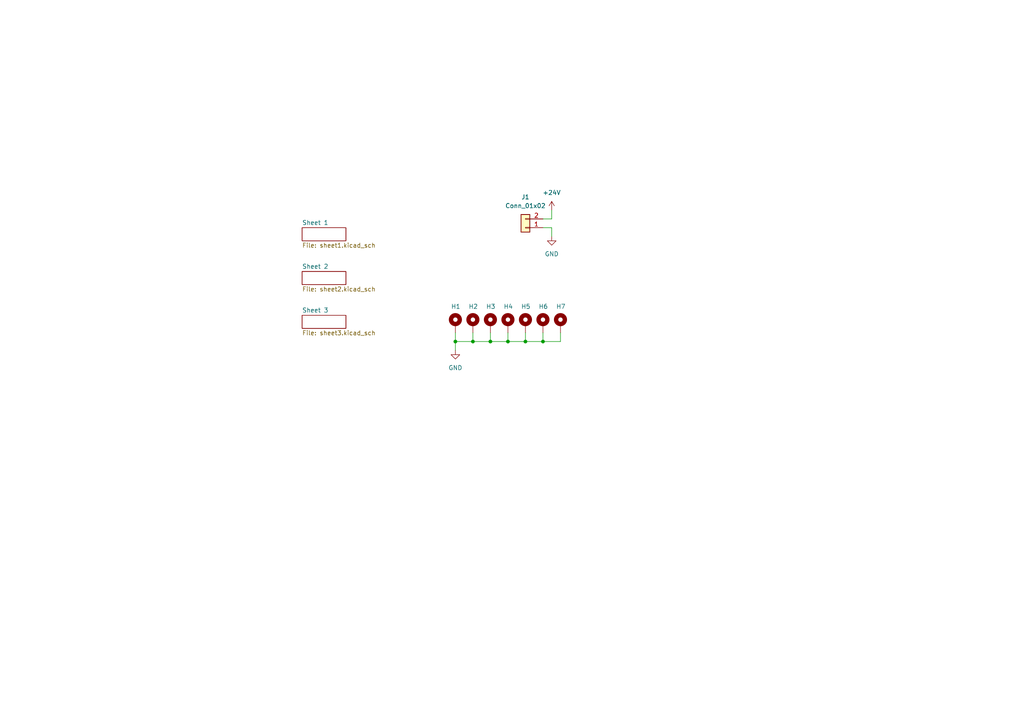
<source format=kicad_sch>
(kicad_sch (version 20211123) (generator eeschema)
  (paper "A4")
  (title_block (title "Læmp") (date "2022-07-15") (rev "1") (company "Leon Rinkel") (comment 1 "leon@rinkel.me"))
  (lib_symbols
    (symbol "Connector_Generic:Conn_01x02" (pin_names (offset 1.016) hide)
      (property "Reference" "J" (at 0 2.54 0))
      (property "Value" "Conn_01x02" (at 0 -5.08 0))
      (symbol "Conn_01x02_1_1"
        (rectangle (start -1.27 -2.413) (end 0 -2.667) (stroke (width 0.1524)))
        (rectangle (start -1.27 0.127) (end 0 -0.127) (stroke (width 0.1524)))
        (rectangle (start -1.27 1.27) (end 1.27 -3.81) (stroke (width 0.254)) (fill (type background)))
        (pin passive line (at -5.08 0 0) (length 3.81) (name "Pin_1") (number "1"))
        (pin passive line (at -5.08 -2.54 0) (length 3.81) (name "Pin_2") (number "2"))
      )
    )
    (symbol "Mechanical:MountingHole_Pad" (pin_numbers hide) (pin_names (offset 1.016) hide)
      (property "Reference" "H" (at 0 6.35 0))
      (property "Value" "MountingHole_Pad" (at 0 4.445 0))
      (symbol "MountingHole_Pad_0_1"
        (circle (center 0 1.27) (radius 1.27) (stroke (width 1.27)))
      )
      (symbol "MountingHole_Pad_1_1"
        (pin input line (at 0 -2.54 90) (length 2.54) (name "1") (number "1"))
      )
    )
    (symbol "power:+24V" (power) (pin_names (offset 0))
      (property "Value" "+24V" (at 0 3.556 0))
      (symbol "+24V_0_1"
        (polyline (pts (xy -0.762 1.27) (xy 0 2.54)))
        (polyline (pts (xy 0 0) (xy 0 2.54)))
        (polyline (pts (xy 0 2.54) (xy 0.762 1.27)))
      )
      (symbol "+24V_1_1"
        (pin power_in line (at 0 0 90) (length 0) hide (name "+24V") (number "1"))
      )
    )
    (symbol "power:GND" (power) (pin_names (offset 0))
      (property "Value" "GND" (at 0 -3.81 0))
      (symbol "GND_0_1"
        (polyline (pts (xy 0 0) (xy 0 -1.27) (xy 1.27 -1.27) (xy 0 -2.54) (xy -1.27 -1.27) (xy 0 -1.27)))
      )
      (symbol "GND_1_1"
        (pin power_in line (at 0 0 270) (length 0) hide (name "GND") (number "1"))
      )
    )
  )
  (junction (at 137.16 99.06))
  (junction (at 142.24 99.06))
  (junction (at 132.08 99.06))
  (junction (at 152.4 99.06))
  (junction (at 147.32 99.06))
  (junction (at 157.48 99.06))
  (wire (pts (xy 157.48 66.04) (xy 160.02 66.04)))
  (wire (pts (xy 132.08 101.6) (xy 132.08 99.06)))
  (wire (pts (xy 147.32 99.06) (xy 152.4 99.06)))
  (wire (pts (xy 162.56 96.52) (xy 162.56 99.06)))
  (wire (pts (xy 157.48 63.5) (xy 160.02 63.5)))
  (wire (pts (xy 157.48 99.06) (xy 162.56 99.06)))
  (wire (pts (xy 142.24 96.52) (xy 142.24 99.06)))
  (wire (pts (xy 160.02 63.5) (xy 160.02 60.96)))
  (wire (pts (xy 137.16 99.06) (xy 137.16 96.52)))
  (wire (pts (xy 142.24 99.06) (xy 137.16 99.06)))
  (wire (pts (xy 132.08 99.06) (xy 137.16 99.06)))
  (wire (pts (xy 132.08 96.52) (xy 132.08 99.06)))
  (wire (pts (xy 160.02 66.04) (xy 160.02 68.58)))
  (wire (pts (xy 147.32 99.06) (xy 142.24 99.06)))
  (wire (pts (xy 152.4 99.06) (xy 157.48 99.06)))
  (wire (pts (xy 157.48 96.52) (xy 157.48 99.06)))
  (wire (pts (xy 147.32 96.52) (xy 147.32 99.06)))
  (wire (pts (xy 152.4 96.52) (xy 152.4 99.06)))
  (symbol (lib_id "Mechanical:MountingHole_Pad") (at 132.08 93.98 0) (unit 1)
    (property "Reference" "H1" (at 130.81 88.9 0) (effects (justify left)))
    (property "Value" "MountingHole_Pad" (effects hide))
    (property "Footprint" "MountingHole:MountingHole_2.7mm_M2.5_Pad_Via" (effects hide))
  )
  (symbol (lib_id "Mechanical:MountingHole_Pad") (at 137.16 93.98 0) (unit 1)
    (property "Reference" "H2" (at 135.89 88.9 0) (effects (justify left)))
    (property "Value" "MountingHole_Pad" (effects hide))
    (property "Footprint" "MountingHole:MountingHole_2.7mm_M2.5_Pad_Via" (effects hide))
  )
  (symbol (lib_id "Mechanical:MountingHole_Pad") (at 142.24 93.98 0) (unit 1)
    (property "Reference" "H3" (at 140.97 88.9 0) (effects (justify left)))
    (property "Value" "MountingHole_Pad" (effects hide))
    (property "Footprint" "MountingHole:MountingHole_2.7mm_M2.5_Pad_Via" (effects hide))
  )
  (symbol (lib_id "power:GND") (at 132.08 101.6 0) (unit 1)
    (property "Reference" "#PWR01" (effects hide))
    (property "Value" "GND" (at 132.08 106.68 0))
  )
  (symbol (lib_id "Mechanical:MountingHole_Pad") (at 147.32 93.98 0) (unit 1)
    (property "Reference" "H4" (at 146.05 88.9 0) (effects (justify left)))
    (property "Value" "MountingHole_Pad" (effects hide))
    (property "Footprint" "MountingHole:MountingHole_2.7mm_M2.5_Pad_Via" (effects hide))
  )
  (symbol (lib_id "Mechanical:MountingHole_Pad") (at 152.4 93.98 0) (unit 1)
    (property "Reference" "H5" (at 151.13 88.9 0) (effects (justify left)))
    (property "Value" "MountingHole_Pad" (effects hide))
    (property "Footprint" "MountingHole:MountingHole_2.7mm_M2.5_Pad_Via" (effects hide))
  )
  (symbol (lib_id "power:GND") (at 160.02 68.58 0) (unit 1)
    (property "Reference" "#PWR03" (effects hide))
    (property "Value" "GND" (at 160.02 73.66 0))
  )
  (symbol (lib_id "Mechanical:MountingHole_Pad") (at 157.48 93.98 0) (unit 1)
    (property "Reference" "H6" (at 156.21 88.9 0) (effects (justify left)))
    (property "Value" "MountingHole_Pad" (effects hide))
    (property "Footprint" "MountingHole:MountingHole_2.7mm_M2.5_Pad_Via" (effects hide))
  )
  (symbol (lib_id "Mechanical:MountingHole_Pad") (at 162.56 93.98 0) (unit 1)
    (property "Reference" "H7" (at 161.29 88.9 0) (effects (justify left)))
    (property "Value" "MountingHole_Pad" (effects hide))
    (property "Footprint" "MountingHole:MountingHole_2.7mm_M2.5_Pad_Via" (effects hide))
  )
  (symbol (lib_id "power:+24V") (at 160.02 60.96 0) (unit 1)
    (property "Reference" "#PWR02" (effects hide))
    (property "Value" "+24V" (at 160.02 55.88 0))
  )
  (symbol (lib_id "Connector_Generic:Conn_01x02") (at 152.4 66.04 180) (unit 1)
    (property "Reference" "J1" (at 152.4 57.15 0))
    (property "Value" "Conn_01x02" (at 152.4 59.69 0))
    (property "Footprint" "Connector_Wire:SolderWire-1sqmm_1x02_P7.8mm_D1.4mm_OD3.9mm" (effects hide))
  )
  (sheet (at 87.63 78.74) (size 12.7 3.81) (stroke (width 0.1524))
    (property "Sheet name" "Sheet 2" (at 87.63 78.0284 0) (effects (justify left bottom)))
    (property "Sheet file" "sheet2.kicad_sch" (at 87.63 83.1346 0) (effects (justify left top)))
  )
  (sheet (at 87.63 66.04) (size 12.7 3.81) (stroke (width 0.1524))
    (property "Sheet name" "Sheet 1" (at 87.63 65.3284 0) (effects (justify left bottom)))
    (property "Sheet file" "sheet1.kicad_sch" (at 87.63 70.4346 0) (effects (justify left top)))
  )
  (sheet (at 87.63 91.44) (size 12.7 3.81) (stroke (width 0.1524))
    (property "Sheet name" "Sheet 3" (at 87.63 90.7284 0) (effects (justify left bottom)))
    (property "Sheet file" "sheet3.kicad_sch" (at 87.63 95.8346 0) (effects (justify left top)))
  )
)
</source>
